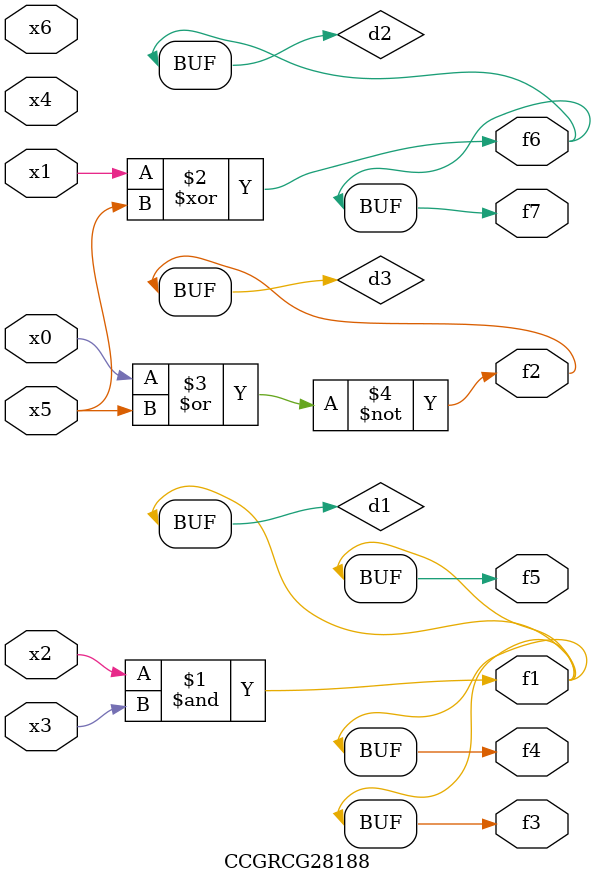
<source format=v>
module CCGRCG28188(
	input x0, x1, x2, x3, x4, x5, x6,
	output f1, f2, f3, f4, f5, f6, f7
);

	wire d1, d2, d3;

	and (d1, x2, x3);
	xor (d2, x1, x5);
	nor (d3, x0, x5);
	assign f1 = d1;
	assign f2 = d3;
	assign f3 = d1;
	assign f4 = d1;
	assign f5 = d1;
	assign f6 = d2;
	assign f7 = d2;
endmodule

</source>
